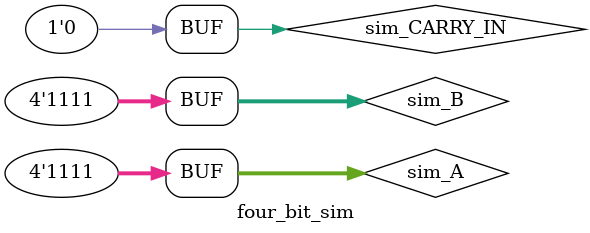
<source format=v>
`timescale 1ns / 1ps


module four_bit_sim(

    );
    
    // Inputs
    reg [3:0] sim_A, sim_B;
    reg sim_CARRY_IN;
    
    // Outputs
    wire [3:0] sim_S;
    wire sim_CARRY_OUT;
    
    // Instantation
    four_bit dut (sim_A, sim_B, sim_CARRY_IN, sim_S, sim_CARRY_OUT);
    
    // Stimuli
    initial begin
        sim_A=4'b0011; sim_B=4'b0011; sim_CARRY_IN=1'b0; #100;
        sim_A=4'b1011; sim_B=4'b0111; sim_CARRY_IN=1'b0; #100;
        sim_A=4'b1111; sim_B=4'b1111; sim_CARRY_IN=1'b0; #100;
    end
endmodule

</source>
